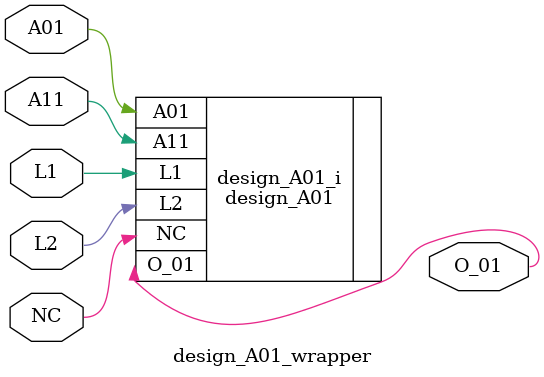
<source format=v>
`timescale 1 ps / 1 ps

module design_A01_wrapper
   (A01,
    A11,
    L1,
    L2,
    NC,
    O_01);
  input A01;
  input A11;
  input L1;
  input L2;
  input NC;
  output O_01;

  wire A01;
  wire A11;
  wire L1;
  wire L2;
  wire NC;
  wire O_01;

  design_A01 design_A01_i
       (.A01(A01),
        .A11(A11),
        .L1(L1),
        .L2(L2),
        .NC(NC),
        .O_01(O_01));
endmodule

</source>
